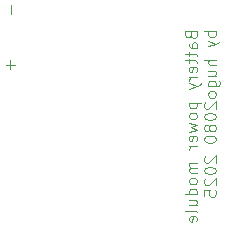
<source format=gbr>
%TF.GenerationSoftware,KiCad,Pcbnew,9.0.0*%
%TF.CreationDate,2025-11-29T18:06:43+01:00*%
%TF.ProjectId,Battery power module,42617474-6572-4792-9070-6f776572206d,rev?*%
%TF.SameCoordinates,Original*%
%TF.FileFunction,Legend,Bot*%
%TF.FilePolarity,Positive*%
%FSLAX46Y46*%
G04 Gerber Fmt 4.6, Leading zero omitted, Abs format (unit mm)*
G04 Created by KiCad (PCBNEW 9.0.0) date 2025-11-29 18:06:43*
%MOMM*%
%LPD*%
G01*
G04 APERTURE LIST*
%ADD10C,0.100000*%
%ADD11C,0.125000*%
G04 APERTURE END LIST*
D10*
X122174915Y-101091466D02*
X121413011Y-101091466D01*
X121793963Y-101472419D02*
X121793963Y-100710514D01*
X121818933Y-96825715D02*
X121818933Y-96063811D01*
D11*
X137056365Y-98570664D02*
X137103984Y-98713521D01*
X137103984Y-98713521D02*
X137151603Y-98761140D01*
X137151603Y-98761140D02*
X137246841Y-98808759D01*
X137246841Y-98808759D02*
X137389698Y-98808759D01*
X137389698Y-98808759D02*
X137484936Y-98761140D01*
X137484936Y-98761140D02*
X137532556Y-98713521D01*
X137532556Y-98713521D02*
X137580175Y-98618283D01*
X137580175Y-98618283D02*
X137580175Y-98237331D01*
X137580175Y-98237331D02*
X136580175Y-98237331D01*
X136580175Y-98237331D02*
X136580175Y-98570664D01*
X136580175Y-98570664D02*
X136627794Y-98665902D01*
X136627794Y-98665902D02*
X136675413Y-98713521D01*
X136675413Y-98713521D02*
X136770651Y-98761140D01*
X136770651Y-98761140D02*
X136865889Y-98761140D01*
X136865889Y-98761140D02*
X136961127Y-98713521D01*
X136961127Y-98713521D02*
X137008746Y-98665902D01*
X137008746Y-98665902D02*
X137056365Y-98570664D01*
X137056365Y-98570664D02*
X137056365Y-98237331D01*
X137580175Y-99665902D02*
X137056365Y-99665902D01*
X137056365Y-99665902D02*
X136961127Y-99618283D01*
X136961127Y-99618283D02*
X136913508Y-99523045D01*
X136913508Y-99523045D02*
X136913508Y-99332569D01*
X136913508Y-99332569D02*
X136961127Y-99237331D01*
X137532556Y-99665902D02*
X137580175Y-99570664D01*
X137580175Y-99570664D02*
X137580175Y-99332569D01*
X137580175Y-99332569D02*
X137532556Y-99237331D01*
X137532556Y-99237331D02*
X137437317Y-99189712D01*
X137437317Y-99189712D02*
X137342079Y-99189712D01*
X137342079Y-99189712D02*
X137246841Y-99237331D01*
X137246841Y-99237331D02*
X137199222Y-99332569D01*
X137199222Y-99332569D02*
X137199222Y-99570664D01*
X137199222Y-99570664D02*
X137151603Y-99665902D01*
X136913508Y-99999236D02*
X136913508Y-100380188D01*
X136580175Y-100142093D02*
X137437317Y-100142093D01*
X137437317Y-100142093D02*
X137532556Y-100189712D01*
X137532556Y-100189712D02*
X137580175Y-100284950D01*
X137580175Y-100284950D02*
X137580175Y-100380188D01*
X136913508Y-100570665D02*
X136913508Y-100951617D01*
X136580175Y-100713522D02*
X137437317Y-100713522D01*
X137437317Y-100713522D02*
X137532556Y-100761141D01*
X137532556Y-100761141D02*
X137580175Y-100856379D01*
X137580175Y-100856379D02*
X137580175Y-100951617D01*
X137532556Y-101665903D02*
X137580175Y-101570665D01*
X137580175Y-101570665D02*
X137580175Y-101380189D01*
X137580175Y-101380189D02*
X137532556Y-101284951D01*
X137532556Y-101284951D02*
X137437317Y-101237332D01*
X137437317Y-101237332D02*
X137056365Y-101237332D01*
X137056365Y-101237332D02*
X136961127Y-101284951D01*
X136961127Y-101284951D02*
X136913508Y-101380189D01*
X136913508Y-101380189D02*
X136913508Y-101570665D01*
X136913508Y-101570665D02*
X136961127Y-101665903D01*
X136961127Y-101665903D02*
X137056365Y-101713522D01*
X137056365Y-101713522D02*
X137151603Y-101713522D01*
X137151603Y-101713522D02*
X137246841Y-101237332D01*
X137580175Y-102142094D02*
X136913508Y-102142094D01*
X137103984Y-102142094D02*
X137008746Y-102189713D01*
X137008746Y-102189713D02*
X136961127Y-102237332D01*
X136961127Y-102237332D02*
X136913508Y-102332570D01*
X136913508Y-102332570D02*
X136913508Y-102427808D01*
X136913508Y-102665904D02*
X137580175Y-102903999D01*
X136913508Y-103142094D02*
X137580175Y-102903999D01*
X137580175Y-102903999D02*
X137818270Y-102808761D01*
X137818270Y-102808761D02*
X137865889Y-102761142D01*
X137865889Y-102761142D02*
X137913508Y-102665904D01*
X136913508Y-104284952D02*
X137913508Y-104284952D01*
X136961127Y-104284952D02*
X136913508Y-104380190D01*
X136913508Y-104380190D02*
X136913508Y-104570666D01*
X136913508Y-104570666D02*
X136961127Y-104665904D01*
X136961127Y-104665904D02*
X137008746Y-104713523D01*
X137008746Y-104713523D02*
X137103984Y-104761142D01*
X137103984Y-104761142D02*
X137389698Y-104761142D01*
X137389698Y-104761142D02*
X137484936Y-104713523D01*
X137484936Y-104713523D02*
X137532556Y-104665904D01*
X137532556Y-104665904D02*
X137580175Y-104570666D01*
X137580175Y-104570666D02*
X137580175Y-104380190D01*
X137580175Y-104380190D02*
X137532556Y-104284952D01*
X137580175Y-105332571D02*
X137532556Y-105237333D01*
X137532556Y-105237333D02*
X137484936Y-105189714D01*
X137484936Y-105189714D02*
X137389698Y-105142095D01*
X137389698Y-105142095D02*
X137103984Y-105142095D01*
X137103984Y-105142095D02*
X137008746Y-105189714D01*
X137008746Y-105189714D02*
X136961127Y-105237333D01*
X136961127Y-105237333D02*
X136913508Y-105332571D01*
X136913508Y-105332571D02*
X136913508Y-105475428D01*
X136913508Y-105475428D02*
X136961127Y-105570666D01*
X136961127Y-105570666D02*
X137008746Y-105618285D01*
X137008746Y-105618285D02*
X137103984Y-105665904D01*
X137103984Y-105665904D02*
X137389698Y-105665904D01*
X137389698Y-105665904D02*
X137484936Y-105618285D01*
X137484936Y-105618285D02*
X137532556Y-105570666D01*
X137532556Y-105570666D02*
X137580175Y-105475428D01*
X137580175Y-105475428D02*
X137580175Y-105332571D01*
X136913508Y-105999238D02*
X137580175Y-106189714D01*
X137580175Y-106189714D02*
X137103984Y-106380190D01*
X137103984Y-106380190D02*
X137580175Y-106570666D01*
X137580175Y-106570666D02*
X136913508Y-106761142D01*
X137532556Y-107523047D02*
X137580175Y-107427809D01*
X137580175Y-107427809D02*
X137580175Y-107237333D01*
X137580175Y-107237333D02*
X137532556Y-107142095D01*
X137532556Y-107142095D02*
X137437317Y-107094476D01*
X137437317Y-107094476D02*
X137056365Y-107094476D01*
X137056365Y-107094476D02*
X136961127Y-107142095D01*
X136961127Y-107142095D02*
X136913508Y-107237333D01*
X136913508Y-107237333D02*
X136913508Y-107427809D01*
X136913508Y-107427809D02*
X136961127Y-107523047D01*
X136961127Y-107523047D02*
X137056365Y-107570666D01*
X137056365Y-107570666D02*
X137151603Y-107570666D01*
X137151603Y-107570666D02*
X137246841Y-107094476D01*
X137580175Y-107999238D02*
X136913508Y-107999238D01*
X137103984Y-107999238D02*
X137008746Y-108046857D01*
X137008746Y-108046857D02*
X136961127Y-108094476D01*
X136961127Y-108094476D02*
X136913508Y-108189714D01*
X136913508Y-108189714D02*
X136913508Y-108284952D01*
X137580175Y-109380191D02*
X136913508Y-109380191D01*
X137008746Y-109380191D02*
X136961127Y-109427810D01*
X136961127Y-109427810D02*
X136913508Y-109523048D01*
X136913508Y-109523048D02*
X136913508Y-109665905D01*
X136913508Y-109665905D02*
X136961127Y-109761143D01*
X136961127Y-109761143D02*
X137056365Y-109808762D01*
X137056365Y-109808762D02*
X137580175Y-109808762D01*
X137056365Y-109808762D02*
X136961127Y-109856381D01*
X136961127Y-109856381D02*
X136913508Y-109951619D01*
X136913508Y-109951619D02*
X136913508Y-110094476D01*
X136913508Y-110094476D02*
X136961127Y-110189715D01*
X136961127Y-110189715D02*
X137056365Y-110237334D01*
X137056365Y-110237334D02*
X137580175Y-110237334D01*
X137580175Y-110856381D02*
X137532556Y-110761143D01*
X137532556Y-110761143D02*
X137484936Y-110713524D01*
X137484936Y-110713524D02*
X137389698Y-110665905D01*
X137389698Y-110665905D02*
X137103984Y-110665905D01*
X137103984Y-110665905D02*
X137008746Y-110713524D01*
X137008746Y-110713524D02*
X136961127Y-110761143D01*
X136961127Y-110761143D02*
X136913508Y-110856381D01*
X136913508Y-110856381D02*
X136913508Y-110999238D01*
X136913508Y-110999238D02*
X136961127Y-111094476D01*
X136961127Y-111094476D02*
X137008746Y-111142095D01*
X137008746Y-111142095D02*
X137103984Y-111189714D01*
X137103984Y-111189714D02*
X137389698Y-111189714D01*
X137389698Y-111189714D02*
X137484936Y-111142095D01*
X137484936Y-111142095D02*
X137532556Y-111094476D01*
X137532556Y-111094476D02*
X137580175Y-110999238D01*
X137580175Y-110999238D02*
X137580175Y-110856381D01*
X137580175Y-112046857D02*
X136580175Y-112046857D01*
X137532556Y-112046857D02*
X137580175Y-111951619D01*
X137580175Y-111951619D02*
X137580175Y-111761143D01*
X137580175Y-111761143D02*
X137532556Y-111665905D01*
X137532556Y-111665905D02*
X137484936Y-111618286D01*
X137484936Y-111618286D02*
X137389698Y-111570667D01*
X137389698Y-111570667D02*
X137103984Y-111570667D01*
X137103984Y-111570667D02*
X137008746Y-111618286D01*
X137008746Y-111618286D02*
X136961127Y-111665905D01*
X136961127Y-111665905D02*
X136913508Y-111761143D01*
X136913508Y-111761143D02*
X136913508Y-111951619D01*
X136913508Y-111951619D02*
X136961127Y-112046857D01*
X136913508Y-112951619D02*
X137580175Y-112951619D01*
X136913508Y-112523048D02*
X137437317Y-112523048D01*
X137437317Y-112523048D02*
X137532556Y-112570667D01*
X137532556Y-112570667D02*
X137580175Y-112665905D01*
X137580175Y-112665905D02*
X137580175Y-112808762D01*
X137580175Y-112808762D02*
X137532556Y-112904000D01*
X137532556Y-112904000D02*
X137484936Y-112951619D01*
X137580175Y-113570667D02*
X137532556Y-113475429D01*
X137532556Y-113475429D02*
X137437317Y-113427810D01*
X137437317Y-113427810D02*
X136580175Y-113427810D01*
X137532556Y-114332572D02*
X137580175Y-114237334D01*
X137580175Y-114237334D02*
X137580175Y-114046858D01*
X137580175Y-114046858D02*
X137532556Y-113951620D01*
X137532556Y-113951620D02*
X137437317Y-113904001D01*
X137437317Y-113904001D02*
X137056365Y-113904001D01*
X137056365Y-113904001D02*
X136961127Y-113951620D01*
X136961127Y-113951620D02*
X136913508Y-114046858D01*
X136913508Y-114046858D02*
X136913508Y-114237334D01*
X136913508Y-114237334D02*
X136961127Y-114332572D01*
X136961127Y-114332572D02*
X137056365Y-114380191D01*
X137056365Y-114380191D02*
X137151603Y-114380191D01*
X137151603Y-114380191D02*
X137246841Y-113904001D01*
X139190119Y-98237331D02*
X138190119Y-98237331D01*
X138571071Y-98237331D02*
X138523452Y-98332569D01*
X138523452Y-98332569D02*
X138523452Y-98523045D01*
X138523452Y-98523045D02*
X138571071Y-98618283D01*
X138571071Y-98618283D02*
X138618690Y-98665902D01*
X138618690Y-98665902D02*
X138713928Y-98713521D01*
X138713928Y-98713521D02*
X138999642Y-98713521D01*
X138999642Y-98713521D02*
X139094880Y-98665902D01*
X139094880Y-98665902D02*
X139142500Y-98618283D01*
X139142500Y-98618283D02*
X139190119Y-98523045D01*
X139190119Y-98523045D02*
X139190119Y-98332569D01*
X139190119Y-98332569D02*
X139142500Y-98237331D01*
X138523452Y-99046855D02*
X139190119Y-99284950D01*
X138523452Y-99523045D02*
X139190119Y-99284950D01*
X139190119Y-99284950D02*
X139428214Y-99189712D01*
X139428214Y-99189712D02*
X139475833Y-99142093D01*
X139475833Y-99142093D02*
X139523452Y-99046855D01*
X139190119Y-100665903D02*
X138190119Y-100665903D01*
X139190119Y-101094474D02*
X138666309Y-101094474D01*
X138666309Y-101094474D02*
X138571071Y-101046855D01*
X138571071Y-101046855D02*
X138523452Y-100951617D01*
X138523452Y-100951617D02*
X138523452Y-100808760D01*
X138523452Y-100808760D02*
X138571071Y-100713522D01*
X138571071Y-100713522D02*
X138618690Y-100665903D01*
X138523452Y-101999236D02*
X139190119Y-101999236D01*
X138523452Y-101570665D02*
X139047261Y-101570665D01*
X139047261Y-101570665D02*
X139142500Y-101618284D01*
X139142500Y-101618284D02*
X139190119Y-101713522D01*
X139190119Y-101713522D02*
X139190119Y-101856379D01*
X139190119Y-101856379D02*
X139142500Y-101951617D01*
X139142500Y-101951617D02*
X139094880Y-101999236D01*
X138523452Y-102903998D02*
X139332976Y-102903998D01*
X139332976Y-102903998D02*
X139428214Y-102856379D01*
X139428214Y-102856379D02*
X139475833Y-102808760D01*
X139475833Y-102808760D02*
X139523452Y-102713522D01*
X139523452Y-102713522D02*
X139523452Y-102570665D01*
X139523452Y-102570665D02*
X139475833Y-102475427D01*
X139142500Y-102903998D02*
X139190119Y-102808760D01*
X139190119Y-102808760D02*
X139190119Y-102618284D01*
X139190119Y-102618284D02*
X139142500Y-102523046D01*
X139142500Y-102523046D02*
X139094880Y-102475427D01*
X139094880Y-102475427D02*
X138999642Y-102427808D01*
X138999642Y-102427808D02*
X138713928Y-102427808D01*
X138713928Y-102427808D02*
X138618690Y-102475427D01*
X138618690Y-102475427D02*
X138571071Y-102523046D01*
X138571071Y-102523046D02*
X138523452Y-102618284D01*
X138523452Y-102618284D02*
X138523452Y-102808760D01*
X138523452Y-102808760D02*
X138571071Y-102903998D01*
X139190119Y-103523046D02*
X139142500Y-103427808D01*
X139142500Y-103427808D02*
X139094880Y-103380189D01*
X139094880Y-103380189D02*
X138999642Y-103332570D01*
X138999642Y-103332570D02*
X138713928Y-103332570D01*
X138713928Y-103332570D02*
X138618690Y-103380189D01*
X138618690Y-103380189D02*
X138571071Y-103427808D01*
X138571071Y-103427808D02*
X138523452Y-103523046D01*
X138523452Y-103523046D02*
X138523452Y-103665903D01*
X138523452Y-103665903D02*
X138571071Y-103761141D01*
X138571071Y-103761141D02*
X138618690Y-103808760D01*
X138618690Y-103808760D02*
X138713928Y-103856379D01*
X138713928Y-103856379D02*
X138999642Y-103856379D01*
X138999642Y-103856379D02*
X139094880Y-103808760D01*
X139094880Y-103808760D02*
X139142500Y-103761141D01*
X139142500Y-103761141D02*
X139190119Y-103665903D01*
X139190119Y-103665903D02*
X139190119Y-103523046D01*
X138285357Y-104237332D02*
X138237738Y-104284951D01*
X138237738Y-104284951D02*
X138190119Y-104380189D01*
X138190119Y-104380189D02*
X138190119Y-104618284D01*
X138190119Y-104618284D02*
X138237738Y-104713522D01*
X138237738Y-104713522D02*
X138285357Y-104761141D01*
X138285357Y-104761141D02*
X138380595Y-104808760D01*
X138380595Y-104808760D02*
X138475833Y-104808760D01*
X138475833Y-104808760D02*
X138618690Y-104761141D01*
X138618690Y-104761141D02*
X139190119Y-104189713D01*
X139190119Y-104189713D02*
X139190119Y-104808760D01*
X138190119Y-105427808D02*
X138190119Y-105523046D01*
X138190119Y-105523046D02*
X138237738Y-105618284D01*
X138237738Y-105618284D02*
X138285357Y-105665903D01*
X138285357Y-105665903D02*
X138380595Y-105713522D01*
X138380595Y-105713522D02*
X138571071Y-105761141D01*
X138571071Y-105761141D02*
X138809166Y-105761141D01*
X138809166Y-105761141D02*
X138999642Y-105713522D01*
X138999642Y-105713522D02*
X139094880Y-105665903D01*
X139094880Y-105665903D02*
X139142500Y-105618284D01*
X139142500Y-105618284D02*
X139190119Y-105523046D01*
X139190119Y-105523046D02*
X139190119Y-105427808D01*
X139190119Y-105427808D02*
X139142500Y-105332570D01*
X139142500Y-105332570D02*
X139094880Y-105284951D01*
X139094880Y-105284951D02*
X138999642Y-105237332D01*
X138999642Y-105237332D02*
X138809166Y-105189713D01*
X138809166Y-105189713D02*
X138571071Y-105189713D01*
X138571071Y-105189713D02*
X138380595Y-105237332D01*
X138380595Y-105237332D02*
X138285357Y-105284951D01*
X138285357Y-105284951D02*
X138237738Y-105332570D01*
X138237738Y-105332570D02*
X138190119Y-105427808D01*
X138618690Y-106332570D02*
X138571071Y-106237332D01*
X138571071Y-106237332D02*
X138523452Y-106189713D01*
X138523452Y-106189713D02*
X138428214Y-106142094D01*
X138428214Y-106142094D02*
X138380595Y-106142094D01*
X138380595Y-106142094D02*
X138285357Y-106189713D01*
X138285357Y-106189713D02*
X138237738Y-106237332D01*
X138237738Y-106237332D02*
X138190119Y-106332570D01*
X138190119Y-106332570D02*
X138190119Y-106523046D01*
X138190119Y-106523046D02*
X138237738Y-106618284D01*
X138237738Y-106618284D02*
X138285357Y-106665903D01*
X138285357Y-106665903D02*
X138380595Y-106713522D01*
X138380595Y-106713522D02*
X138428214Y-106713522D01*
X138428214Y-106713522D02*
X138523452Y-106665903D01*
X138523452Y-106665903D02*
X138571071Y-106618284D01*
X138571071Y-106618284D02*
X138618690Y-106523046D01*
X138618690Y-106523046D02*
X138618690Y-106332570D01*
X138618690Y-106332570D02*
X138666309Y-106237332D01*
X138666309Y-106237332D02*
X138713928Y-106189713D01*
X138713928Y-106189713D02*
X138809166Y-106142094D01*
X138809166Y-106142094D02*
X138999642Y-106142094D01*
X138999642Y-106142094D02*
X139094880Y-106189713D01*
X139094880Y-106189713D02*
X139142500Y-106237332D01*
X139142500Y-106237332D02*
X139190119Y-106332570D01*
X139190119Y-106332570D02*
X139190119Y-106523046D01*
X139190119Y-106523046D02*
X139142500Y-106618284D01*
X139142500Y-106618284D02*
X139094880Y-106665903D01*
X139094880Y-106665903D02*
X138999642Y-106713522D01*
X138999642Y-106713522D02*
X138809166Y-106713522D01*
X138809166Y-106713522D02*
X138713928Y-106665903D01*
X138713928Y-106665903D02*
X138666309Y-106618284D01*
X138666309Y-106618284D02*
X138618690Y-106523046D01*
X138190119Y-107332570D02*
X138190119Y-107427808D01*
X138190119Y-107427808D02*
X138237738Y-107523046D01*
X138237738Y-107523046D02*
X138285357Y-107570665D01*
X138285357Y-107570665D02*
X138380595Y-107618284D01*
X138380595Y-107618284D02*
X138571071Y-107665903D01*
X138571071Y-107665903D02*
X138809166Y-107665903D01*
X138809166Y-107665903D02*
X138999642Y-107618284D01*
X138999642Y-107618284D02*
X139094880Y-107570665D01*
X139094880Y-107570665D02*
X139142500Y-107523046D01*
X139142500Y-107523046D02*
X139190119Y-107427808D01*
X139190119Y-107427808D02*
X139190119Y-107332570D01*
X139190119Y-107332570D02*
X139142500Y-107237332D01*
X139142500Y-107237332D02*
X139094880Y-107189713D01*
X139094880Y-107189713D02*
X138999642Y-107142094D01*
X138999642Y-107142094D02*
X138809166Y-107094475D01*
X138809166Y-107094475D02*
X138571071Y-107094475D01*
X138571071Y-107094475D02*
X138380595Y-107142094D01*
X138380595Y-107142094D02*
X138285357Y-107189713D01*
X138285357Y-107189713D02*
X138237738Y-107237332D01*
X138237738Y-107237332D02*
X138190119Y-107332570D01*
X138285357Y-108808761D02*
X138237738Y-108856380D01*
X138237738Y-108856380D02*
X138190119Y-108951618D01*
X138190119Y-108951618D02*
X138190119Y-109189713D01*
X138190119Y-109189713D02*
X138237738Y-109284951D01*
X138237738Y-109284951D02*
X138285357Y-109332570D01*
X138285357Y-109332570D02*
X138380595Y-109380189D01*
X138380595Y-109380189D02*
X138475833Y-109380189D01*
X138475833Y-109380189D02*
X138618690Y-109332570D01*
X138618690Y-109332570D02*
X139190119Y-108761142D01*
X139190119Y-108761142D02*
X139190119Y-109380189D01*
X138190119Y-109999237D02*
X138190119Y-110094475D01*
X138190119Y-110094475D02*
X138237738Y-110189713D01*
X138237738Y-110189713D02*
X138285357Y-110237332D01*
X138285357Y-110237332D02*
X138380595Y-110284951D01*
X138380595Y-110284951D02*
X138571071Y-110332570D01*
X138571071Y-110332570D02*
X138809166Y-110332570D01*
X138809166Y-110332570D02*
X138999642Y-110284951D01*
X138999642Y-110284951D02*
X139094880Y-110237332D01*
X139094880Y-110237332D02*
X139142500Y-110189713D01*
X139142500Y-110189713D02*
X139190119Y-110094475D01*
X139190119Y-110094475D02*
X139190119Y-109999237D01*
X139190119Y-109999237D02*
X139142500Y-109903999D01*
X139142500Y-109903999D02*
X139094880Y-109856380D01*
X139094880Y-109856380D02*
X138999642Y-109808761D01*
X138999642Y-109808761D02*
X138809166Y-109761142D01*
X138809166Y-109761142D02*
X138571071Y-109761142D01*
X138571071Y-109761142D02*
X138380595Y-109808761D01*
X138380595Y-109808761D02*
X138285357Y-109856380D01*
X138285357Y-109856380D02*
X138237738Y-109903999D01*
X138237738Y-109903999D02*
X138190119Y-109999237D01*
X138285357Y-110713523D02*
X138237738Y-110761142D01*
X138237738Y-110761142D02*
X138190119Y-110856380D01*
X138190119Y-110856380D02*
X138190119Y-111094475D01*
X138190119Y-111094475D02*
X138237738Y-111189713D01*
X138237738Y-111189713D02*
X138285357Y-111237332D01*
X138285357Y-111237332D02*
X138380595Y-111284951D01*
X138380595Y-111284951D02*
X138475833Y-111284951D01*
X138475833Y-111284951D02*
X138618690Y-111237332D01*
X138618690Y-111237332D02*
X139190119Y-110665904D01*
X139190119Y-110665904D02*
X139190119Y-111284951D01*
X138190119Y-112189713D02*
X138190119Y-111713523D01*
X138190119Y-111713523D02*
X138666309Y-111665904D01*
X138666309Y-111665904D02*
X138618690Y-111713523D01*
X138618690Y-111713523D02*
X138571071Y-111808761D01*
X138571071Y-111808761D02*
X138571071Y-112046856D01*
X138571071Y-112046856D02*
X138618690Y-112142094D01*
X138618690Y-112142094D02*
X138666309Y-112189713D01*
X138666309Y-112189713D02*
X138761547Y-112237332D01*
X138761547Y-112237332D02*
X138999642Y-112237332D01*
X138999642Y-112237332D02*
X139094880Y-112189713D01*
X139094880Y-112189713D02*
X139142500Y-112142094D01*
X139142500Y-112142094D02*
X139190119Y-112046856D01*
X139190119Y-112046856D02*
X139190119Y-111808761D01*
X139190119Y-111808761D02*
X139142500Y-111713523D01*
X139142500Y-111713523D02*
X139094880Y-111665904D01*
M02*

</source>
